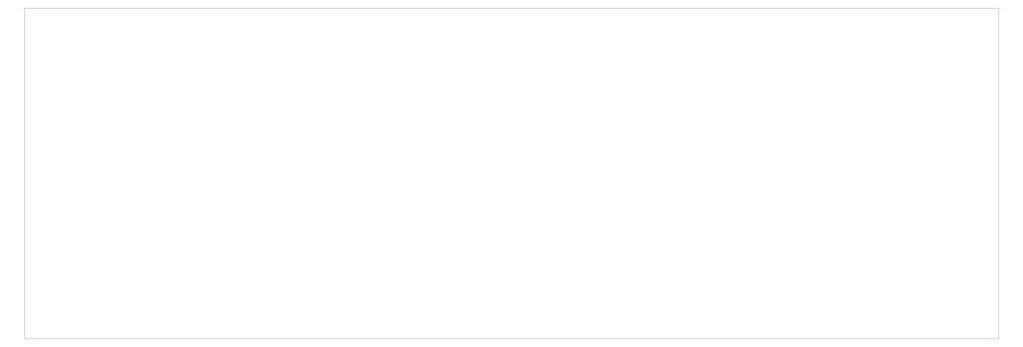
<source format=gbr>
G04 #@! TF.GenerationSoftware,KiCad,Pcbnew,9.0.1*
G04 #@! TF.CreationDate,2025-07-20T11:57:56+10:00*
G04 #@! TF.ProjectId,front panel 9602,66726f6e-7420-4706-916e-656c20393630,rev?*
G04 #@! TF.SameCoordinates,Original*
G04 #@! TF.FileFunction,Profile,NP*
%FSLAX46Y46*%
G04 Gerber Fmt 4.6, Leading zero omitted, Abs format (unit mm)*
G04 Created by KiCad (PCBNEW 9.0.1) date 2025-07-20 11:57:56*
%MOMM*%
%LPD*%
G01*
G04 APERTURE LIST*
G04 #@! TA.AperFunction,Profile*
%ADD10C,0.050000*%
G04 #@! TD*
G04 APERTURE END LIST*
D10*
X50400000Y-45900000D02*
X50400000Y-141900000D01*
X333400000Y-141900000D02*
X333400000Y-45900000D01*
X333400000Y-45900000D02*
X50400000Y-45900000D01*
X50400000Y-141900000D02*
X333400000Y-141900000D01*
M02*

</source>
